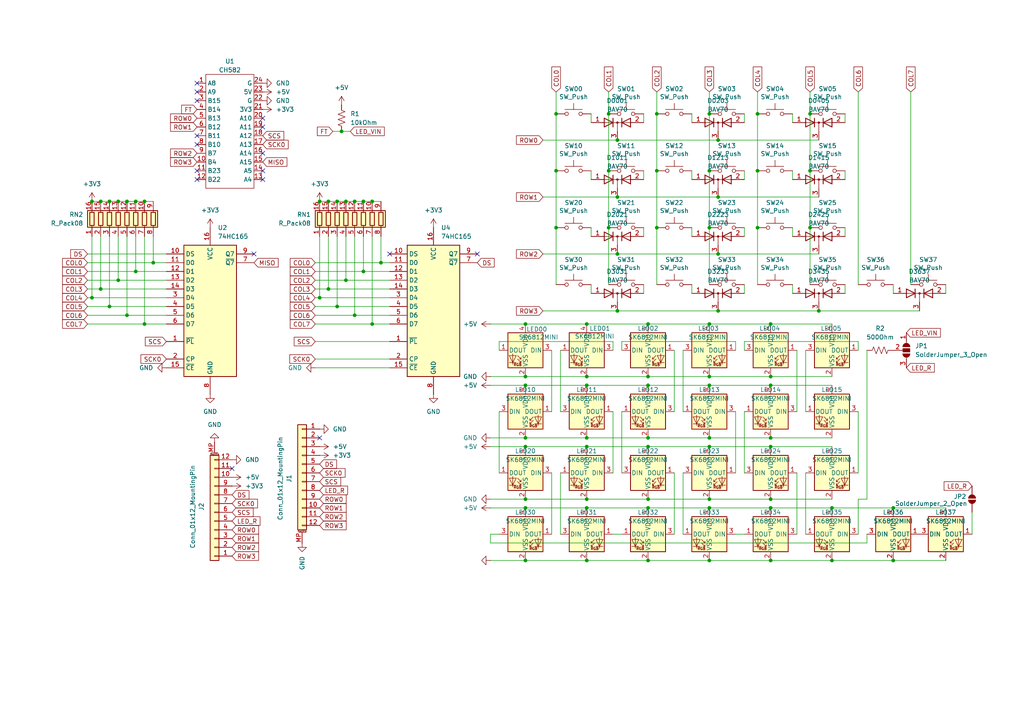
<source format=kicad_sch>
(kicad_sch (version 20231120) (generator "eeschema") (generator_version "8.0")
  (paper "A4")
  (junction (at 205.74 162.56))
  (junction (at 205.74 111.76))
  (junction (at 97.79 58.42))
  (junction (at 100.33 81.28))
  (junction (at 97.79 88.9))
  (junction (at 107.95 58.42))
  (junction (at 176.53 49.53))
  (junction (at 152.4 162.56))
  (junction (at 161.29 49.53))
  (junction (at 223.52 147.32))
  (junction (at 187.96 144.78))
  (junction (at 95.25 83.82))
  (junction (at 208.28 57.15))
  (junction (at 205.74 33.02))
  (junction (at 190.5 66.04))
  (junction (at 107.95 93.98))
  (junction (at 179.07 73.66))
  (junction (at 152.4 111.76))
  (junction (at 102.87 91.44))
  (junction (at 223.52 111.76))
  (junction (at 152.4 127))
  (junction (at 234.95 49.53))
  (junction (at 205.74 127))
  (junction (at 100.33 58.42))
  (junction (at 223.52 162.56))
  (junction (at 152.4 147.32))
  (junction (at 44.45 76.2))
  (junction (at 92.71 58.42))
  (junction (at 170.18 93.98))
  (junction (at 241.3 147.32))
  (junction (at 31.75 88.9))
  (junction (at 26.67 58.42))
  (junction (at 259.08 162.56))
  (junction (at 205.74 109.22))
  (junction (at 237.49 90.17))
  (junction (at 208.28 90.17))
  (junction (at 102.87 58.42))
  (junction (at 105.41 58.42))
  (junction (at 187.96 147.32))
  (junction (at 152.4 129.54))
  (junction (at 205.74 129.54))
  (junction (at 170.18 147.32))
  (junction (at 176.53 66.04))
  (junction (at 241.3 162.56))
  (junction (at 26.67 86.36))
  (junction (at 39.37 58.42))
  (junction (at 170.18 162.56))
  (junction (at 36.83 58.42))
  (junction (at 219.71 66.04))
  (junction (at 187.96 93.98))
  (junction (at 29.21 58.42))
  (junction (at 205.74 147.32))
  (junction (at 187.96 129.54))
  (junction (at 223.52 127))
  (junction (at 170.18 144.78))
  (junction (at 152.4 93.98))
  (junction (at 259.08 147.32))
  (junction (at 205.74 93.98))
  (junction (at 179.07 90.17))
  (junction (at 234.95 66.04))
  (junction (at 205.74 49.53))
  (junction (at 219.71 33.02))
  (junction (at 179.07 40.64))
  (junction (at 161.29 33.02))
  (junction (at 92.71 86.36))
  (junction (at 190.5 33.02))
  (junction (at 161.29 66.04))
  (junction (at 99.06 38.1))
  (junction (at 208.28 40.64))
  (junction (at 223.52 144.78))
  (junction (at 179.07 57.15))
  (junction (at 34.29 81.28))
  (junction (at 223.52 129.54))
  (junction (at 95.25 58.42))
  (junction (at 110.49 76.2))
  (junction (at 152.4 144.78))
  (junction (at 41.91 93.98))
  (junction (at 152.4 109.22))
  (junction (at 29.21 83.82))
  (junction (at 208.28 73.66))
  (junction (at 219.71 49.53))
  (junction (at 41.91 58.42))
  (junction (at 223.52 109.22))
  (junction (at 187.96 109.22))
  (junction (at 36.83 91.44))
  (junction (at 170.18 109.22))
  (junction (at 105.41 78.74))
  (junction (at 31.75 58.42))
  (junction (at 170.18 127))
  (junction (at 223.52 93.98))
  (junction (at 176.53 33.02))
  (junction (at 205.74 144.78))
  (junction (at 34.29 58.42))
  (junction (at 190.5 49.53))
  (junction (at 234.95 33.02))
  (junction (at 205.74 66.04))
  (junction (at 187.96 127))
  (junction (at 187.96 111.76))
  (junction (at 170.18 111.76))
  (junction (at 187.96 162.56))
  (junction (at 39.37 78.74))
  (junction (at 170.18 129.54))
  (no_connect (at 76.2 49.53))
  (no_connect (at 57.15 29.21))
  (no_connect (at 57.15 52.07))
  (no_connect (at 67.31 135.89))
  (no_connect (at 57.15 24.13))
  (no_connect (at 76.2 52.07))
  (no_connect (at 76.2 44.45))
  (no_connect (at 57.15 49.53))
  (no_connect (at 57.15 41.91))
  (no_connect (at 73.66 73.66))
  (no_connect (at 113.03 73.66))
  (no_connect (at 76.2 36.83))
  (no_connect (at 138.43 73.66))
  (no_connect (at 92.71 127))
  (no_connect (at 57.15 39.37))
  (no_connect (at 76.2 34.29))
  (no_connect (at 57.15 26.67))
  (wire (pts (xy 205.74 26.67) (xy 205.74 33.02)))
  (wire (pts (xy 205.74 66.04) (xy 205.74 82.55)))
  (wire (pts (xy 176.53 49.53) (xy 176.53 66.04)))
  (wire (pts (xy 44.45 68.58) (xy 44.45 76.2)))
  (wire (pts (xy 186.69 33.02) (xy 186.69 35.56)))
  (wire (pts (xy 205.74 162.56) (xy 223.52 162.56)))
  (wire (pts (xy 36.83 91.44) (xy 48.26 91.44)))
  (wire (pts (xy 215.9 99.06) (xy 215.9 101.6)))
  (wire (pts (xy 208.28 90.17) (xy 237.49 90.17)))
  (wire (pts (xy 213.36 154.94) (xy 215.9 154.94)))
  (wire (pts (xy 177.8 99.06) (xy 144.78 99.06)))
  (wire (pts (xy 25.4 73.66) (xy 48.26 73.66)))
  (wire (pts (xy 144.78 119.38) (xy 144.78 137.16)))
  (wire (pts (xy 110.49 76.2) (xy 91.44 76.2)))
  (wire (pts (xy 248.92 26.67) (xy 248.92 82.55)))
  (wire (pts (xy 113.03 88.9) (xy 97.79 88.9)))
  (wire (pts (xy 213.36 101.6) (xy 213.36 99.06)))
  (wire (pts (xy 179.07 57.15) (xy 208.28 57.15)))
  (wire (pts (xy 170.18 109.22) (xy 187.96 109.22)))
  (wire (pts (xy 105.41 68.58) (xy 105.41 78.74)))
  (wire (pts (xy 180.34 99.06) (xy 180.34 101.6)))
  (wire (pts (xy 187.96 144.78) (xy 205.74 144.78)))
  (wire (pts (xy 233.68 101.6) (xy 233.68 119.38)))
  (wire (pts (xy 205.74 147.32) (xy 223.52 147.32)))
  (wire (pts (xy 223.52 93.98) (xy 241.3 93.98)))
  (wire (pts (xy 95.25 58.42) (xy 97.79 58.42)))
  (wire (pts (xy 105.41 58.42) (xy 107.95 58.42)))
  (wire (pts (xy 170.18 111.76) (xy 187.96 111.76)))
  (wire (pts (xy 95.25 83.82) (xy 91.44 83.82)))
  (wire (pts (xy 281.94 148.59) (xy 281.94 154.94)))
  (wire (pts (xy 205.74 49.53) (xy 205.74 66.04)))
  (wire (pts (xy 205.74 111.76) (xy 223.52 111.76)))
  (wire (pts (xy 171.45 49.53) (xy 171.45 52.07)))
  (wire (pts (xy 200.66 82.55) (xy 200.66 85.09)))
  (wire (pts (xy 198.12 101.6) (xy 198.12 119.38)))
  (wire (pts (xy 170.18 162.56) (xy 187.96 162.56)))
  (wire (pts (xy 248.92 99.06) (xy 215.9 99.06)))
  (wire (pts (xy 31.75 68.58) (xy 31.75 88.9)))
  (wire (pts (xy 113.03 81.28) (xy 100.33 81.28)))
  (wire (pts (xy 245.11 82.55) (xy 245.11 85.09)))
  (wire (pts (xy 152.4 147.32) (xy 170.18 147.32)))
  (wire (pts (xy 44.45 76.2) (xy 48.26 76.2)))
  (wire (pts (xy 160.02 137.16) (xy 160.02 154.94)))
  (wire (pts (xy 25.4 91.44) (xy 36.83 91.44)))
  (wire (pts (xy 41.91 93.98) (xy 48.26 93.98)))
  (wire (pts (xy 190.5 82.55) (xy 190.5 66.04)))
  (wire (pts (xy 113.03 76.2) (xy 110.49 76.2)))
  (wire (pts (xy 97.79 88.9) (xy 91.44 88.9)))
  (wire (pts (xy 162.56 101.6) (xy 162.56 119.38)))
  (wire (pts (xy 245.11 66.04) (xy 245.11 68.58)))
  (wire (pts (xy 142.24 147.32) (xy 152.4 147.32)))
  (wire (pts (xy 177.8 119.38) (xy 177.8 137.16)))
  (wire (pts (xy 187.96 111.76) (xy 205.74 111.76)))
  (wire (pts (xy 187.96 129.54) (xy 205.74 129.54)))
  (wire (pts (xy 200.66 49.53) (xy 200.66 52.07)))
  (wire (pts (xy 234.95 33.02) (xy 234.95 26.67)))
  (wire (pts (xy 160.02 101.6) (xy 160.02 119.38)))
  (wire (pts (xy 113.03 106.68) (xy 91.44 106.68)))
  (wire (pts (xy 195.58 101.6) (xy 195.58 119.38)))
  (wire (pts (xy 179.07 73.66) (xy 208.28 73.66)))
  (wire (pts (xy 161.29 33.02) (xy 161.29 49.53)))
  (wire (pts (xy 208.28 57.15) (xy 237.49 57.15)))
  (wire (pts (xy 219.71 49.53) (xy 219.71 66.04)))
  (wire (pts (xy 219.71 82.55) (xy 219.71 66.04)))
  (wire (pts (xy 142.24 154.94) (xy 144.78 154.94)))
  (wire (pts (xy 241.3 147.32) (xy 259.08 147.32)))
  (wire (pts (xy 39.37 78.74) (xy 48.26 78.74)))
  (wire (pts (xy 142.24 157.48) (xy 251.46 157.48)))
  (wire (pts (xy 25.4 86.36) (xy 26.67 86.36)))
  (wire (pts (xy 144.78 99.06) (xy 144.78 101.6)))
  (wire (pts (xy 186.69 49.53) (xy 186.69 52.07)))
  (wire (pts (xy 205.74 93.98) (xy 223.52 93.98)))
  (wire (pts (xy 177.8 154.94) (xy 180.34 154.94)))
  (wire (pts (xy 223.52 144.78) (xy 241.3 144.78)))
  (wire (pts (xy 170.18 93.98) (xy 187.96 93.98)))
  (wire (pts (xy 171.45 66.04) (xy 171.45 68.58)))
  (wire (pts (xy 25.4 88.9) (xy 31.75 88.9)))
  (wire (pts (xy 200.66 66.04) (xy 200.66 68.58)))
  (wire (pts (xy 142.24 162.56) (xy 152.4 162.56)))
  (wire (pts (xy 100.33 68.58) (xy 100.33 81.28)))
  (wire (pts (xy 102.87 91.44) (xy 91.44 91.44)))
  (wire (pts (xy 25.4 93.98) (xy 41.91 93.98)))
  (wire (pts (xy 234.95 33.02) (xy 234.95 49.53)))
  (wire (pts (xy 100.33 81.28) (xy 91.44 81.28)))
  (wire (pts (xy 176.53 26.67) (xy 176.53 33.02)))
  (wire (pts (xy 92.71 68.58) (xy 92.71 86.36)))
  (wire (pts (xy 229.87 82.55) (xy 229.87 85.09)))
  (wire (pts (xy 187.96 109.22) (xy 205.74 109.22)))
  (wire (pts (xy 215.9 119.38) (xy 215.9 137.16)))
  (wire (pts (xy 97.79 58.42) (xy 100.33 58.42)))
  (wire (pts (xy 234.95 66.04) (xy 234.95 82.55)))
  (wire (pts (xy 170.18 144.78) (xy 187.96 144.78)))
  (wire (pts (xy 215.9 33.02) (xy 215.9 35.56)))
  (wire (pts (xy 195.58 137.16) (xy 195.58 154.94)))
  (wire (pts (xy 39.37 58.42) (xy 41.91 58.42)))
  (wire (pts (xy 25.4 83.82) (xy 29.21 83.82)))
  (wire (pts (xy 34.29 68.58) (xy 34.29 81.28)))
  (wire (pts (xy 142.24 93.98) (xy 152.4 93.98)))
  (wire (pts (xy 229.87 33.02) (xy 229.87 35.56)))
  (wire (pts (xy 157.48 57.15) (xy 179.07 57.15)))
  (wire (pts (xy 205.74 33.02) (xy 205.74 49.53)))
  (wire (pts (xy 39.37 68.58) (xy 39.37 78.74)))
  (wire (pts (xy 152.4 129.54) (xy 170.18 129.54)))
  (wire (pts (xy 179.07 40.64) (xy 208.28 40.64)))
  (wire (pts (xy 170.18 147.32) (xy 187.96 147.32)))
  (wire (pts (xy 205.74 129.54) (xy 223.52 129.54)))
  (wire (pts (xy 223.52 109.22) (xy 241.3 109.22)))
  (wire (pts (xy 248.92 144.78) (xy 248.92 154.94)))
  (wire (pts (xy 92.71 58.42) (xy 95.25 58.42)))
  (wire (pts (xy 113.03 86.36) (xy 92.71 86.36)))
  (wire (pts (xy 41.91 58.42) (xy 44.45 58.42)))
  (wire (pts (xy 190.5 49.53) (xy 190.5 66.04)))
  (wire (pts (xy 31.75 58.42) (xy 34.29 58.42)))
  (wire (pts (xy 213.36 99.06) (xy 180.34 99.06)))
  (wire (pts (xy 179.07 90.17) (xy 208.28 90.17)))
  (wire (pts (xy 223.52 129.54) (xy 241.3 129.54)))
  (wire (pts (xy 161.29 66.04) (xy 161.29 49.53)))
  (wire (pts (xy 152.4 162.56) (xy 170.18 162.56)))
  (wire (pts (xy 113.03 83.82) (xy 95.25 83.82)))
  (wire (pts (xy 99.06 38.1) (xy 101.6 38.1)))
  (wire (pts (xy 215.9 82.55) (xy 215.9 85.09)))
  (wire (pts (xy 205.74 109.22) (xy 223.52 109.22)))
  (wire (pts (xy 97.79 68.58) (xy 97.79 88.9)))
  (wire (pts (xy 41.91 68.58) (xy 41.91 93.98)))
  (wire (pts (xy 110.49 68.58) (xy 110.49 76.2)))
  (wire (pts (xy 152.4 109.22) (xy 170.18 109.22)))
  (wire (pts (xy 157.48 73.66) (xy 179.07 73.66)))
  (wire (pts (xy 92.71 86.36) (xy 91.44 86.36)))
  (wire (pts (xy 231.14 101.6) (xy 231.14 119.38)))
  (wire (pts (xy 102.87 58.42) (xy 105.41 58.42)))
  (wire (pts (xy 198.12 137.16) (xy 198.12 154.94)))
  (wire (pts (xy 29.21 58.42) (xy 31.75 58.42)))
  (wire (pts (xy 187.96 127) (xy 205.74 127)))
  (wire (pts (xy 29.21 68.58) (xy 29.21 83.82)))
  (wire (pts (xy 113.03 91.44) (xy 102.87 91.44)))
  (wire (pts (xy 107.95 93.98) (xy 91.44 93.98)))
  (wire (pts (xy 26.67 58.42) (xy 29.21 58.42)))
  (wire (pts (xy 223.52 127) (xy 241.3 127)))
  (wire (pts (xy 208.28 73.66) (xy 237.49 73.66)))
  (wire (pts (xy 31.75 88.9) (xy 48.26 88.9)))
  (wire (pts (xy 142.24 111.76) (xy 152.4 111.76)))
  (wire (pts (xy 171.45 33.02) (xy 171.45 35.56)))
  (wire (pts (xy 229.87 66.04) (xy 229.87 68.58)))
  (wire (pts (xy 177.8 101.6) (xy 177.8 99.06)))
  (wire (pts (xy 176.53 33.02) (xy 176.53 49.53)))
  (wire (pts (xy 25.4 78.74) (xy 39.37 78.74)))
  (wire (pts (xy 36.83 68.58) (xy 36.83 91.44)))
  (wire (pts (xy 229.87 49.53) (xy 229.87 52.07)))
  (wire (pts (xy 107.95 58.42) (xy 110.49 58.42)))
  (wire (pts (xy 186.69 66.04) (xy 186.69 68.58)))
  (wire (pts (xy 245.11 33.02) (xy 245.11 35.56)))
  (wire (pts (xy 223.52 162.56) (xy 241.3 162.56)))
  (wire (pts (xy 161.29 82.55) (xy 161.29 66.04)))
  (wire (pts (xy 142.24 127) (xy 152.4 127)))
  (wire (pts (xy 213.36 119.38) (xy 213.36 137.16)))
  (wire (pts (xy 233.68 137.16) (xy 233.68 154.94)))
  (wire (pts (xy 36.83 58.42) (xy 39.37 58.42)))
  (wire (pts (xy 208.28 40.64) (xy 237.49 40.64)))
  (wire (pts (xy 100.33 58.42) (xy 102.87 58.42)))
  (wire (pts (xy 157.48 40.64) (xy 179.07 40.64)))
  (wire (pts (xy 113.03 93.98) (xy 107.95 93.98)))
  (wire (pts (xy 142.24 144.78) (xy 152.4 144.78)))
  (wire (pts (xy 157.48 90.17) (xy 179.07 90.17)))
  (wire (pts (xy 152.4 93.98) (xy 170.18 93.98)))
  (wire (pts (xy 152.4 127) (xy 170.18 127)))
  (wire (pts (xy 190.5 49.53) (xy 190.5 33.02)))
  (wire (pts (xy 241.3 162.56) (xy 259.08 162.56)))
  (wire (pts (xy 34.29 81.28) (xy 48.26 81.28)))
  (wire (pts (xy 107.95 68.58) (xy 107.95 93.98)))
  (wire (pts (xy 142.24 109.22) (xy 152.4 109.22)))
  (wire (pts (xy 223.52 111.76) (xy 241.3 111.76)))
  (wire (pts (xy 162.56 137.16) (xy 162.56 154.94)))
  (wire (pts (xy 180.34 119.38) (xy 180.34 137.16)))
  (wire (pts (xy 102.87 68.58) (xy 102.87 91.44)))
  (wire (pts (xy 231.14 137.16) (xy 231.14 154.94)))
  (wire (pts (xy 186.69 82.55) (xy 186.69 85.09)))
  (wire (pts (xy 171.45 82.55) (xy 171.45 85.09)))
  (wire (pts (xy 215.9 49.53) (xy 215.9 52.07)))
  (wire (pts (xy 251.46 154.94) (xy 251.46 157.48)))
  (wire (pts (xy 205.74 144.78) (xy 223.52 144.78)))
  (wire (pts (xy 251.46 144.78) (xy 248.92 144.78)))
  (wire (pts (xy 245.11 49.53) (xy 245.11 52.07)))
  (wire (pts (xy 259.08 147.32) (xy 274.32 147.32)))
  (wire (pts (xy 26.67 86.36) (xy 48.26 86.36)))
  (wire (pts (xy 170.18 127) (xy 187.96 127)))
  (wire (pts (xy 152.4 144.78) (xy 170.18 144.78)))
  (wire (pts (xy 219.71 26.67) (xy 219.71 33.02)))
  (wire (pts (xy 274.32 82.55) (xy 274.32 85.09)))
  (wire (pts (xy 237.49 90.17) (xy 266.7 90.17)))
  (wire (pts (xy 161.29 26.67) (xy 161.29 33.02)))
  (wire (pts (xy 248.92 119.38) (xy 248.92 137.16)))
  (wire (pts (xy 264.16 26.67) (xy 264.16 82.55)))
  (wire (pts (xy 170.18 129.54) (xy 187.96 129.54)))
  (wire (pts (xy 25.4 81.28) (xy 34.29 81.28)))
  (wire (pts (xy 95.25 68.58) (xy 95.25 83.82)))
  (wire (pts (xy 200.66 33.02) (xy 200.66 35.56)))
  (wire (pts (xy 248.92 101.6) (xy 248.92 99.06)))
  (wire (pts (xy 113.03 104.14) (xy 91.44 104.14)))
  (wire (pts (xy 29.21 83.82) (xy 48.26 83.82)))
  (wire (pts (xy 26.67 68.58) (xy 26.67 86.36)))
  (wire (pts (xy 142.24 154.94) (xy 142.24 157.48)))
  (wire (pts (xy 142.24 129.54) (xy 152.4 129.54)))
  (wire (pts (xy 25.4 76.2) (xy 44.45 76.2)))
  (wire (pts (xy 187.96 147.32) (xy 205.74 147.32)))
  (wire (pts (xy 259.08 82.55) (xy 259.08 85.09)))
  (wire (pts (xy 234.95 49.53) (xy 234.95 66.04)))
  (wire (pts (xy 215.9 66.04) (xy 215.9 68.58)))
  (wire (pts (xy 187.96 93.98) (xy 205.74 93.98)))
  (wire (pts (xy 96.52 38.1) (xy 99.06 38.1)))
  (wire (pts (xy 176.53 66.04) (xy 176.53 82.55)))
  (wire (pts (xy 205.74 127) (xy 223.52 127)))
  (wire (pts (xy 251.46 101.6) (xy 251.46 144.78)))
  (wire (pts (xy 219.71 33.02) (xy 219.71 49.53)))
  (wire (pts (xy 259.08 162.56) (xy 274.32 162.56)))
  (wire (pts (xy 223.52 147.32) (xy 241.3 147.32)))
  (wire (pts (xy 187.96 162.56) (xy 205.74 162.56)))
  (wire (pts (xy 113.03 99.06) (xy 91.44 99.06)))
  (wire (pts (xy 34.29 58.42) (xy 36.83 58.42)))
  (wire (pts (xy 152.4 111.76) (xy 170.18 111.76)))
  (wire (pts (xy 113.03 78.74) (xy 105.41 78.74)))
  (wire (pts (xy 190.5 26.67) (xy 190.5 33.02)))
  (wire (pts (xy 105.41 78.74) (xy 91.44 78.74)))
  (global_label "SCK0" (shape input) (at 91.44 104.14 180) (property "Intersheetrefs" "${INTERSHEET_REFS}" (effects (hide yes))))
  (global_label "LED_R" (shape input) (at 262.89 106.68 0) (property "Intersheetrefs" "${INTERSHEET_REFS}" (effects (hide yes))))
  (global_label "ROW1" (shape input) (at 157.48 57.15 180) (property "Intersheetrefs" "${INTERSHEET_REFS}" (effects (hide yes))))
  (global_label "FT" (shape input) (at 57.15 31.75 180) (property "Intersheetrefs" "${INTERSHEET_REFS}" (effects (hide yes))))
  (global_label "COL0" (shape input) (at 91.44 76.2 180) (property "Intersheetrefs" "${INTERSHEET_REFS}" (effects (hide yes))))
  (global_label "COL5" (shape input) (at 91.44 88.9 180) (property "Intersheetrefs" "${INTERSHEET_REFS}" (effects (hide yes))))
  (global_label "COL3" (shape input) (at 91.44 83.82 180) (property "Intersheetrefs" "${INTERSHEET_REFS}" (effects (hide yes))))
  (global_label "ROW0" (shape input) (at 92.71 144.78 0) (property "Intersheetrefs" "${INTERSHEET_REFS}" (effects (hide yes))))
  (global_label "COL4" (shape input) (at 25.4 86.36 180) (property "Intersheetrefs" "${INTERSHEET_REFS}" (effects (hide yes))))
  (global_label "LED_R" (shape input) (at 67.31 151.13 0) (property "Intersheetrefs" "${INTERSHEET_REFS}" (effects (hide yes))))
  (global_label "ROW0" (shape input) (at 57.15 34.29 180) (property "Intersheetrefs" "${INTERSHEET_REFS}" (effects (hide yes))))
  (global_label "COL4" (shape input) (at 219.71 26.67 90) (property "Intersheetrefs" "${INTERSHEET_REFS}" (effects (hide yes))))
  (global_label "SCS" (shape input) (at 67.31 148.59 0) (property "Intersheetrefs" "${INTERSHEET_REFS}" (effects (hide yes))))
  (global_label "COL2" (shape input) (at 91.44 81.28 180) (property "Intersheetrefs" "${INTERSHEET_REFS}" (effects (hide yes))))
  (global_label "ROW2" (shape input) (at 67.31 158.75 0) (property "Intersheetrefs" "${INTERSHEET_REFS}" (effects (hide yes))))
  (global_label "SCK0" (shape input) (at 92.71 137.16 0) (property "Intersheetrefs" "${INTERSHEET_REFS}" (effects (hide yes))))
  (global_label "COL2" (shape input) (at 25.4 81.28 180) (property "Intersheetrefs" "${INTERSHEET_REFS}" (effects (hide yes))))
  (global_label "COL7" (shape input) (at 91.44 93.98 180) (property "Intersheetrefs" "${INTERSHEET_REFS}" (effects (hide yes))))
  (global_label "COL3" (shape input) (at 25.4 83.82 180) (property "Intersheetrefs" "${INTERSHEET_REFS}" (effects (hide yes))))
  (global_label "COL0" (shape input) (at 25.4 76.2 180) (property "Intersheetrefs" "${INTERSHEET_REFS}" (effects (hide yes))))
  (global_label "COL4" (shape input) (at 91.44 86.36 180) (property "Intersheetrefs" "${INTERSHEET_REFS}" (effects (hide yes))))
  (global_label "SCS" (shape input) (at 92.71 139.7 0) (property "Intersheetrefs" "${INTERSHEET_REFS}" (effects (hide yes))))
  (global_label "ROW3" (shape input) (at 92.71 152.4 0) (property "Intersheetrefs" "${INTERSHEET_REFS}" (effects (hide yes))))
  (global_label "ROW2" (shape input) (at 157.48 73.66 180) (property "Intersheetrefs" "${INTERSHEET_REFS}" (effects (hide yes))))
  (global_label "ROW1" (shape input) (at 67.31 156.21 0) (property "Intersheetrefs" "${INTERSHEET_REFS}" (effects (hide yes))))
  (global_label "ROW3" (shape input) (at 157.48 90.17 180) (property "Intersheetrefs" "${INTERSHEET_REFS}" (effects (hide yes))))
  (global_label "SCK0" (shape input) (at 76.2 41.91 0) (property "Intersheetrefs" "${INTERSHEET_REFS}" (effects (hide yes))))
  (global_label "COL3" (shape input) (at 205.74 26.67 90) (property "Intersheetrefs" "${INTERSHEET_REFS}" (effects (hide yes))))
  (global_label "COL6" (shape input) (at 248.92 26.67 90) (property "Intersheetrefs" "${INTERSHEET_REFS}" (effects (hide yes))))
  (global_label "MISO" (shape input) (at 76.2 46.99 0) (property "Intersheetrefs" "${INTERSHEET_REFS}" (effects (hide yes))))
  (global_label "DS" (shape input) (at 92.71 134.62 0) (property "Intersheetrefs" "${INTERSHEET_REFS}" (effects (hide yes))))
  (global_label "COL1" (shape input) (at 176.53 26.67 90) (property "Intersheetrefs" "${INTERSHEET_REFS}" (effects (hide yes))))
  (global_label "COL6" (shape input) (at 25.4 91.44 180) (property "Intersheetrefs" "${INTERSHEET_REFS}" (effects (hide yes))))
  (global_label "ROW1" (shape input) (at 92.71 147.32 0) (property "Intersheetrefs" "${INTERSHEET_REFS}" (effects (hide yes))))
  (global_label "DS" (shape input) (at 138.43 76.2 0) (property "Intersheetrefs" "${INTERSHEET_REFS}" (effects (hide yes))))
  (global_label "ROW2" (shape input) (at 57.15 44.45 180) (property "Intersheetrefs" "${INTERSHEET_REFS}" (effects (hide yes))))
  (global_label "COL5" (shape input) (at 25.4 88.9 180) (property "Intersheetrefs" "${INTERSHEET_REFS}" (effects (hide yes))))
  (global_label "ROW3" (shape input) (at 67.31 161.29 0) (property "Intersheetrefs" "${INTERSHEET_REFS}" (effects (hide yes))))
  (global_label "LED_VIN" (shape input) (at 262.89 96.52 0) (property "Intersheetrefs" "${INTERSHEET_REFS}" (effects (hide yes))))
  (global_label "COL0" (shape input) (at 161.29 26.67 90) (property "Intersheetrefs" "${INTERSHEET_REFS}" (effects (hide yes))))
  (global_label "COL7" (shape input) (at 25.4 93.98 180) (property "Intersheetrefs" "${INTERSHEET_REFS}" (effects (hide yes))))
  (global_label "COL2" (shape input) (at 190.5 26.67 90) (property "Intersheetrefs" "${INTERSHEET_REFS}" (effects (hide yes))))
  (global_label "ROW0" (shape input) (at 157.48 40.64 180) (property "Intersheetrefs" "${INTERSHEET_REFS}" (effects (hide yes))))
  (global_label "COL7" (shape input) (at 264.16 26.67 90) (property "Intersheetrefs" "${INTERSHEET_REFS}" (effects (hide yes))))
  (global_label "COL5" (shape input) (at 234.95 26.67 90) (property "Intersheetrefs" "${INTERSHEET_REFS}" (effects (hide yes))))
  (global_label "ROW3" (shape input) (at 57.15 46.99 180) (property "Intersheetrefs" "${INTERSHEET_REFS}" (effects (hide yes))))
  (global_label "SCK0" (shape input) (at 67.31 146.05 0) (property "Intersheetrefs" "${INTERSHEET_REFS}" (effects (hide yes))))
  (global_label "COL1" (shape input) (at 25.4 78.74 180) (property "Intersheetrefs" "${INTERSHEET_REFS}" (effects (hide yes))))
  (global_label "ROW1" (shape input) (at 57.15 36.83 180) (property "Intersheetrefs" "${INTERSHEET_REFS}" (effects (hide yes))))
  (global_label "FT" (shape input) (at 96.52 38.1 180) (property "Intersheetrefs" "${INTERSHEET_REFS}" (effects (hide yes))))
  (global_label "ROW0" (shape input) (at 67.31 153.67 0) (property "Intersheetrefs" "${INTERSHEET_REFS}" (effects (hide yes))))
  (global_label "LED_VIN" (shape input) (at 101.6 38.1 0) (property "Intersheetrefs" "${INTERSHEET_REFS}" (effects (hide yes))))
  (global_label "DS" (shape input) (at 25.4 73.66 180) (property "Intersheetrefs" "${INTERSHEET_REFS}" (effects (hide yes))))
  (global_label "SCK0" (shape input) (at 48.26 104.14 180) (property "Intersheetrefs" "${INTERSHEET_REFS}" (effects (hide yes))))
  (global_label "LED_R" (shape input) (at 92.71 142.24 0) (property "Intersheetrefs" "${INTERSHEET_REFS}" (effects (hide yes))))
  (global_label "COL1" (shape input) (at 91.44 78.74 180) (property "Intersheetrefs" "${INTERSHEET_REFS}" (effects (hide yes))))
  (global_label "ROW2" (shape input) (at 92.71 149.86 0) (property "Intersheetrefs" "${INTERSHEET_REFS}" (effects (hide yes))))
  (global_label "SCS" (shape input) (at 76.2 39.37 0) (property "Intersheetrefs" "${INTERSHEET_REFS}" (effects (hide yes))))
  (global_label "SCS" (shape input) (at 48.26 99.06 180) (property "Intersheetrefs" "${INTERSHEET_REFS}" (effects (hide yes))))
  (global_label "DS" (shape input) (at 67.31 143.51 0) (property "Intersheetrefs" "${INTERSHEET_REFS}" (effects (hide yes))))
  (global_label "LED_R" (shape input) (at 281.94 140.97 180) (property "Intersheetrefs" "${INTERSHEET_REFS}" (effects (hide yes))))
  (global_label "MISO" (shape input) (at 73.66 76.2 0) (property "Intersheetrefs" "${INTERSHEET_REFS}" (effects (hide yes))))
  (global_label "SCS" (shape input) (at 91.44 99.06 180) (property "Intersheetrefs" "${INTERSHEET_REFS}" (effects (hide yes))))
  (global_label "COL6" (shape input) (at 91.44 91.44 180) (property "Intersheetrefs" "${INTERSHEET_REFS}" (effects (hide yes))))
  (symbol (lib_id "power:+3V3") (at 92.71 132.08 270) (unit 1)
    (property "Reference" "#PWR022" (effects (hide yes)))
    (property "Value" "+3V3" (at 96.52 132.0799 90) (effects (justify left)))
    (property "Description" "Power symbol creates a global label with name \"+3V3\"" (effects (hide yes)))
  )
  (symbol (lib_id "LED:SK6812MINI") (at 223.52 154.94 0) (mirror y) (unit 1)
    (property "Reference" "LED34" (at 223.52 148.59 0))
    (property "Value" "SK6812MINI" (at 223.52 151.13 0))
    (property "Footprint" "keyswitches:LED_SK6812MINI_E_REVERSIBLE_1" (effects (hide yes)))
    (property "Datasheet" "https://cdn-shop.adafruit.com/product-files/2686/SK6812MINI_REV.01-1-2.pdf" (effects (hide yes)))
    (property "Description" "RGB LED with integrated controller" (effects (hide yes)))
  )
  (symbol (lib_id "power:+3V3") (at 60.96 66.04 0) (unit 1)
    (property "Reference" "#PWR06" (effects (hide yes)))
    (property "Value" "+3V3" (at 60.96 60.96 0))
    (property "Description" "Power symbol creates a global label with name \"+3V3\"" (effects (hide yes)))
  )
  (symbol (lib_id "power:GND") (at 87.63 157.48 0) (unit 1)
    (property "Reference" "#PWR024" (effects (hide yes)))
    (property "Value" "GND" (at 87.6301 161.29 90) (effects (justify right)))
    (property "Description" "Power symbol creates a global label with name \"GND\" , ground" (effects (hide yes)))
  )
  (symbol (lib_id "LED:SK6812MINI") (at 187.96 137.16 0) (unit 1)
    (property "Reference" "LED22" (at 187.96 130.81 0))
    (property "Value" "SK6812MINI" (at 187.96 133.35 0))
    (property "Footprint" "keyswitches:LED_SK6812MINI_E_REVERSIBLE_1" (effects (hide yes)))
    (property "Datasheet" "https://cdn-shop.adafruit.com/product-files/2686/SK6812MINI_REV.01-1-2.pdf" (effects (hide yes)))
    (property "Description" "RGB LED with integrated controller" (effects (hide yes)))
  )
  (symbol (lib_id "power:+3V3") (at 26.67 58.42 0) (unit 1)
    (property "Reference" "#PWR04" (effects (hide yes)))
    (property "Value" "+3V3" (at 26.67 53.34 0))
    (property "Description" "Power symbol creates a global label with name \"+3V3\"" (effects (hide yes)))
  )
  (symbol (lib_id "Diode:BAV70") (at 208.28 35.56 0) (unit 1)
    (property "Reference" "D0203" (at 208.28 29.21 0))
    (property "Value" "BAV70" (at 208.28 31.75 0))
    (property "Footprint" "keyswitches:BAV70_SOT-23_Reversible" (effects (hide yes)))
    (property "Datasheet" "https://assets.nexperia.com/documents/data-sheet/BAV70_SER.pdf" (effects (hide yes)))
    (property "Description" "Dual 100V 215mA high-speed switching diodes, common cathode, SOT-23" (effects (hide yes)))
  )
  (symbol (lib_id "Switch:SW_Push") (at 240.03 49.53 0) (unit 1)
    (property "Reference" "SW15" (at 240.03 42.291 0))
    (property "Value" "SW_Push" (at 240.03 44.6024 0))
    (property "Footprint" "keyswitches:Kailh_socket_PG1350_reversible" (effects (hide yes)))
  )
  (symbol (lib_id "power:GND") (at 91.44 106.68 270) (unit 1)
    (property "Reference" "#PWR016" (effects (hide yes)))
    (property "Value" "GND" (at 87.63 106.6799 90) (effects (justify right)))
    (property "Description" "Power symbol creates a global label with name \"GND\" , ground" (effects (hide yes)))
  )
  (symbol (lib_id "Diode:BAV70") (at 208.28 52.07 0) (unit 1)
    (property "Reference" "D1213" (at 208.28 45.72 0))
    (property "Value" "BAV70" (at 208.28 48.26 0))
    (property "Footprint" "keyswitches:BAV70_SOT-23_Reversible" (effects (hide yes)))
    (property "Datasheet" "https://assets.nexperia.com/documents/data-sheet/BAV70_SER.pdf" (effects (hide yes)))
    (property "Description" "Dual 100V 215mA high-speed switching diodes, common cathode, SOT-23" (effects (hide yes)))
  )
  (symbol (lib_id "Switch:SW_Push") (at 195.58 82.55 0) (unit 1)
    (property "Reference" "SW32" (at 195.58 75.311 0))
    (property "Value" "SW_Push" (at 195.58 77.6224 0))
    (property "Footprint" "keyswitches:Kailh_socket_PG1350_reversible" (effects (hide yes)))
  )
  (symbol (lib_id "power:GND") (at 67.31 133.35 90) (unit 1)
    (property "Reference" "#PWR025" (effects (hide yes)))
    (property "Value" "GND" (at 71.12 133.3499 90) (effects (justify right)))
    (property "Description" "Power symbol creates a global label with name \"GND\" , ground" (effects (hide yes)))
  )
  (symbol (lib_id "Diode:BAV70") (at 179.07 85.09 0) (unit 1)
    (property "Reference" "D3031" (at 179.07 78.74 0))
    (property "Value" "BAV70" (at 179.07 81.28 0))
    (property "Footprint" "keyswitches:BAV70_SOT-23_Reversible" (effects (hide yes)))
    (property "Datasheet" "https://assets.nexperia.com/documents/data-sheet/BAV70_SER.pdf" (effects (hide yes)))
    (property "Description" "Dual 100V 215mA high-speed switching diodes, common cathode, SOT-23" (effects (hide yes)))
  )
  (symbol (lib_id "Switch:SW_Push") (at 224.79 66.04 0) (unit 1)
    (property "Reference" "SW24" (at 224.79 58.801 0))
    (property "Value" "SW_Push" (at 224.79 61.1124 0))
    (property "Footprint" "keyswitches:Kailh_socket_PG1350_reversible" (effects (hide yes)))
  )
  (symbol (lib_id "power:+5V") (at 92.71 129.54 270) (unit 1)
    (property "Reference" "#PWR021" (effects (hide yes)))
    (property "Value" "+5V" (at 96.52 129.5399 90) (effects (justify left)))
    (property "Description" "Power symbol creates a global label with name \"+5V\"" (effects (hide yes)))
  )
  (symbol (lib_id "LED:SK6812MINI") (at 170.18 119.38 0) (unit 1)
    (property "Reference" "LED11" (at 170.18 113.03 0))
    (property "Value" "SK6812MINI" (at 170.18 115.57 0))
    (property "Footprint" "keyswitches:LED_SK6812MINI_E_REVERSIBLE_1" (effects (hide yes)))
    (property "Datasheet" "https://cdn-shop.adafruit.com/product-files/2686/SK6812MINI_REV.01-1-2.pdf" (effects (hide yes)))
    (property "Description" "RGB LED with integrated controller" (effects (hide yes)))
  )
  (symbol (lib_id "Switch:SW_Push") (at 240.03 33.02 0) (unit 1)
    (property "Reference" "SW05" (at 240.03 25.781 0))
    (property "Value" "SW_Push" (at 240.03 28.0924 0))
    (property "Footprint" "keyswitches:Kailh_socket_PG1350_reversible" (effects (hide yes)))
  )
  (symbol (lib_id "Switch:SW_Push") (at 181.61 33.02 0) (unit 1)
    (property "Reference" "SW01" (at 181.61 25.781 0))
    (property "Value" "SW_Push" (at 181.61 28.0924 0))
    (property "Footprint" "keyswitches:Kailh_socket_PG1350_reversible" (effects (hide yes)))
  )
  (symbol (lib_id "power:GND") (at 92.71 124.46 90) (unit 1)
    (property "Reference" "#PWR012" (effects (hide yes)))
    (property "Value" "GND" (at 96.52 124.4599 90) (effects (justify right)))
    (property "Description" "Power symbol creates a global label with name \"GND\" , ground" (effects (hide yes)))
  )
  (symbol (lib_id "Switch:SW_Push") (at 240.03 66.04 0) (unit 1)
    (property "Reference" "SW25" (at 240.03 58.801 0))
    (property "Value" "SW_Push" (at 240.03 61.1124 0))
    (property "Footprint" "keyswitches:Kailh_socket_PG1350_reversible" (effects (hide yes)))
  )
  (symbol (lib_id "LED:SK6812MINI") (at 152.4 119.38 0) (unit 1)
    (property "Reference" "LED10" (at 152.4 113.03 0))
    (property "Value" "SK6812MINI" (at 152.4 115.57 0))
    (property "Footprint" "keyswitches:LED_SK6812MINI_E_REVERSIBLE_1" (effects (hide yes)))
    (property "Datasheet" "https://cdn-shop.adafruit.com/product-files/2686/SK6812MINI_REV.01-1-2.pdf" (effects (hide yes)))
    (property "Description" "RGB LED with integrated controller" (effects (hide yes)))
  )
  (symbol (lib_id "Switch:SW_Push") (at 166.37 66.04 0) (unit 1)
    (property "Reference" "SW20" (at 166.37 58.801 0))
    (property "Value" "SW_Push" (at 166.37 61.1124 0))
    (property "Footprint" "keyswitches:Kailh_socket_PG1350_reversible" (effects (hide yes)))
  )
  (symbol (lib_id "Switch:SW_Push") (at 195.58 66.04 0) (unit 1)
    (property "Reference" "SW22" (at 195.58 58.801 0))
    (property "Value" "SW_Push" (at 195.58 61.1124 0))
    (property "Footprint" "keyswitches:Kailh_socket_PG1350_reversible" (effects (hide yes)))
  )
  (symbol (lib_id "Switch:SW_Push") (at 254 82.55 0) (unit 1)
    (property "Reference" "SW36" (at 254 75.311 0))
    (property "Value" "SW_Push" (at 254 77.6224 0))
    (property "Footprint" "keyswitches:Kailh_socket_PG1350_reversible" (effects (hide yes)))
  )
  (symbol (lib_id "Switch:SW_Push") (at 224.79 82.55 0) (unit 1)
    (property "Reference" "SW34" (at 224.79 75.311 0))
    (property "Value" "SW_Push" (at 224.79 77.6224 0))
    (property "Footprint" "keyswitches:Kailh_socket_PG1350_reversible" (effects (hide yes)))
  )
  (symbol (lib_id "LED:SK6812MINI") (at 187.96 101.6 0) (unit 1)
    (property "Reference" "LED02" (at 187.96 95.25 0))
    (property "Value" "SK6812MINI" (at 187.96 97.79 0))
    (property "Footprint" "keyswitches:LED_SK6812MINI_E_REVERSIBLE_1" (effects (hide yes)))
    (property "Datasheet" "https://cdn-shop.adafruit.com/product-files/2686/SK6812MINI_REV.01-1-2.pdf" (effects (hide yes)))
    (property "Description" "RGB LED with integrated controller" (effects (hide yes)))
  )
  (symbol (lib_id "Switch:SW_Push") (at 269.24 82.55 0) (unit 1)
    (property "Reference" "SW37" (at 269.24 75.311 0))
    (property "Value" "SW_Push" (at 269.24 77.6224 0))
    (property "Footprint" "keyswitches:Kailh_socket_PG1350_reversible" (effects (hide yes)))
  )
  (symbol (lib_id "Switch:SW_Push") (at 224.79 49.53 0) (unit 1)
    (property "Reference" "SW14" (at 224.79 42.291 0))
    (property "Value" "SW_Push" (at 224.79 44.6024 0))
    (property "Footprint" "keyswitches:Kailh_socket_PG1350_reversible" (effects (hide yes)))
  )
  (symbol (lib_id "Switch:SW_Push") (at 166.37 82.55 0) (unit 1)
    (property "Reference" "SW30" (at 166.37 75.311 0))
    (property "Value" "SW_Push" (at 166.37 77.6224 0))
    (property "Footprint" "keyswitches:Kailh_socket_PG1350_reversible" (effects (hide yes)))
  )
  (symbol (lib_id "power:GND") (at 76.2 24.13 90) (unit 1)
    (property "Reference" "#PWR01" (effects (hide yes)))
    (property "Value" "GND" (at 80.01 24.1299 90) (effects (justify right)))
    (property "Description" "Power symbol creates a global label with name \"GND\" , ground" (effects (hide yes)))
  )
  (symbol (lib_id "LED:SK6812MINI") (at 205.74 101.6 0) (unit 1)
    (property "Reference" "LED03" (at 205.486 95.25 0))
    (property "Value" "SK6812MINI" (at 205.486 97.79 0))
    (property "Footprint" "keyswitches:LED_SK6812MINI_E_REVERSIBLE_1" (effects (hide yes)))
    (property "Datasheet" "https://cdn-shop.adafruit.com/product-files/2686/SK6812MINI_REV.01-1-2.pdf" (effects (hide yes)))
    (property "Description" "RGB LED with integrated controller" (effects (hide yes)))
  )
  (symbol (lib_id "Switch:SW_Push") (at 210.82 66.04 0) (unit 1)
    (property "Reference" "SW23" (at 210.82 58.801 0))
    (property "Value" "SW_Push" (at 210.82 61.1124 0))
    (property "Footprint" "keyswitches:Kailh_socket_PG1350_reversible" (effects (hide yes)))
  )
  (symbol (lib_id "power:GND") (at 142.24 127 270) (unit 1)
    (property "Reference" "#PWR010" (effects (hide yes)))
    (property "Value" "GND" (at 138.43 126.9999 90) (effects (justify right)))
    (property "Description" "Power symbol creates a global label with name \"GND\" , ground" (effects (hide yes)))
  )
  (symbol (lib_id "power:GND") (at 125.73 114.3 0) (unit 1)
    (property "Reference" "#PWR018" (effects (hide yes)))
    (property "Value" "GND" (at 125.73 119.38 0))
    (property "Description" "Power symbol creates a global label with name \"GND\" , ground" (effects (hide yes)))
  )
  (symbol (lib_id "74xx:74HC165") (at 60.96 88.9 0) (unit 1)
    (property "Reference" "U2" (at 63.1541 66.04 0) (effects (justify left)))
    (property "Value" "74HC165" (at 63.1541 68.58 0) (effects (justify left)))
    (property "Footprint" "Package_SO:SOP-16_3.9x9.9mm_P1.27mm" (effects (hide yes)))
    (property "Datasheet" "https://assets.nexperia.com/documents/data-sheet/74HC_HCT165.pdf" (effects (hide yes)))
    (property "Description" "Shift Register, 8-bit, Parallel Load" (effects (hide yes)))
  )
  (symbol (lib_id "Switch:SW_Push") (at 210.82 49.53 0) (unit 1)
    (property "Reference" "SW13" (at 210.82 42.291 0))
    (property "Value" "SW_Push" (at 210.82 44.6024 0))
    (property "Footprint" "keyswitches:Kailh_socket_PG1350_reversible" (effects (hide yes)))
  )
  (symbol (lib_id "Diode:BAV70") (at 208.28 85.09 0) (unit 1)
    (property "Reference" "D3233" (at 208.28 78.74 0))
    (property "Value" "BAV70" (at 208.28 81.28 0))
    (property "Footprint" "keyswitches:BAV70_SOT-23_Reversible" (effects (hide yes)))
    (property "Datasheet" "https://assets.nexperia.com/documents/data-sheet/BAV70_SER.pdf" (effects (hide yes)))
    (property "Description" "Dual 100V 215mA high-speed switching diodes, common cathode, SOT-23" (effects (hide yes)))
  )
  (symbol (lib_id "LED:SK6812MINI") (at 259.08 154.94 0) (unit 1)
    (property "Reference" "LED36" (at 259.08 148.59 0))
    (property "Value" "SK6812MINI" (at 259.08 151.13 0))
    (property "Footprint" "keyswitches:LED_SK6812MINI_E_REVERSIBLE_1" (effects (hide yes)))
    (property "Datasheet" "https://cdn-shop.adafruit.com/product-files/2686/SK6812MINI_REV.01-1-2.pdf" (effects (hide yes)))
    (property "Description" "RGB LED with integrated controller" (effects (hide yes)))
  )
  (symbol (lib_id "LED:SK6812MINI") (at 187.96 119.38 0) (mirror y) (unit 1)
    (property "Reference" "LED12" (at 187.96 113.03 0))
    (property "Value" "SK6812MINI" (at 187.96 115.57 0))
    (property "Footprint" "keyswitches:LED_SK6812MINI_E_REVERSIBLE_1" (effects (hide yes)))
    (property "Datasheet" "https://cdn-shop.adafruit.com/product-files/2686/SK6812MINI_REV.01-1-2.pdf" (effects (hide yes)))
    (property "Description" "RGB LED with integrated controller" (effects (hide yes)))
  )
  (symbol (lib_id "LED:SK6812MINI") (at 223.52 101.6 0) (unit 1)
    (property "Reference" "LED04" (at 223.266 95.25 0))
    (property "Value" "SK6812MINI" (at 223.266 97.79 0))
    (property "Footprint" "keyswitches:LED_SK6812MINI_E_REVERSIBLE_1" (effects (hide yes)))
    (property "Datasheet" "https://cdn-shop.adafruit.com/product-files/2686/SK6812MINI_REV.01-1-2.pdf" (effects (hide yes)))
    (property "Description" "RGB LED with integrated controller" (effects (hide yes)))
  )
  (symbol (lib_id "Jumper:SolderJumper_2_Open") (at 281.94 144.78 90) (unit 1) (exclude_from_sim yes) (in_bom no)
    (property "Reference" "JP2" (at 276.606 144.018 90) (effects (justify right)))
    (property "Value" "SolderJumper_2_Open" (at 259.588 146.05 90) (effects (justify right)))
    (property "Footprint" "Jumper:SolderJumper-2_P1.3mm_Open_TrianglePad1.0x1.5mm" (effects (hide yes)))
    (property "Description" "Solder Jumper, 2-pole, open" (effects (hide yes)))
  )
  (symbol (lib_id "Switch:SW_Push") (at 240.03 82.55 0) (unit 1)
    (property "Reference" "SW35" (at 240.03 75.311 0))
    (property "Value" "SW_Push" (at 240.03 77.6224 0))
    (property "Footprint" "keyswitches:Kailh_socket_PG1350_reversible" (effects (hide yes)))
  )
  (symbol (lib_id "Diode:BAV70") (at 266.7 85.09 0) (unit 1)
    (property "Reference" "D3637" (at 266.7 78.74 0))
    (property "Value" "BAV70" (at 266.7 81.28 0))
    (property "Footprint" "keyswitches:BAV70_SOT-23_Reversible" (effects (hide yes)))
    (property "Datasheet" "https://assets.nexperia.com/documents/data-sheet/BAV70_SER.pdf" (effects (hide yes)))
    (property "Description" "Dual 100V 215mA high-speed switching diodes, common cathode, SOT-23" (effects (hide yes)))
  )
  (symbol (lib_id "LED:SK6812MINI") (at 274.32 154.94 0) (unit 1)
    (property "Reference" "LED37" (at 274.32 148.59 0))
    (property "Value" "SK6812MINI" (at 274.32 151.13 0))
    (property "Footprint" "keyswitches:LED_SK6812MINI_E_REVERSIBLE_1" (effects (hide yes)))
    (property "Datasheet" "https://cdn-shop.adafruit.com/product-files/2686/SK6812MINI_REV.01-1-2.pdf" (effects (hide yes)))
    (property "Description" "RGB LED with integrated controller" (effects (hide yes)))
  )
  (symbol (lib_id "power:GND") (at 142.24 109.22 270) (unit 1)
    (property "Reference" "#PWR07" (effects (hide yes)))
    (property "Value" "GND" (at 138.43 109.2199 90) (effects (justify right)))
    (property "Description" "Power symbol creates a global label with name \"GND\" , ground" (effects (hide yes)))
  )
  (symbol (lib_id "power:+3V3") (at 67.31 140.97 270) (unit 1)
    (property "Reference" "#PWR027" (effects (hide yes)))
    (property "Value" "+3V3" (at 71.12 140.9699 90) (effects (justify left)))
    (property "Description" "Power symbol creates a global label with name \"+3V3\"" (effects (hide yes)))
  )
  (symbol (lib_id "Diode:BAV70") (at 237.49 85.09 0) (unit 1)
    (property "Reference" "D3435" (at 237.49 78.74 0))
    (property "Value" "BAV70" (at 237.49 81.28 0))
    (property "Footprint" "keyswitches:BAV70_SOT-23_Reversible" (effects (hide yes)))
    (property "Datasheet" "https://assets.nexperia.com/documents/data-sheet/BAV70_SER.pdf" (effects (hide yes)))
    (property "Description" "Dual 100V 215mA high-speed switching diodes, common cathode, SOT-23" (effects (hide yes)))
  )
  (symbol (lib_id "power:+3V3") (at 92.71 58.42 0) (unit 1)
    (property "Reference" "#PWR028" (effects (hide yes)))
    (property "Value" "+3V3" (at 92.71 53.34 0))
    (property "Description" "Power symbol creates a global label with name \"+3V3\"" (effects (hide yes)))
  )
  (symbol (lib_id "Switch:SW_Push") (at 195.58 49.53 0) (unit 1)
    (property "Reference" "SW12" (at 195.58 42.291 0))
    (property "Value" "SW_Push" (at 195.58 44.6024 0))
    (property "Footprint" "keyswitches:Kailh_socket_PG1350_reversible" (effects (hide yes)))
  )
  (symbol (lib_id "LED:SK6812MINI") (at 170.18 137.16 0) (mirror y) (unit 1)
    (property "Reference" "LED21" (at 170.18 130.81 0))
    (property "Value" "SK6812MINI" (at 170.18 133.35 0))
    (property "Footprint" "keyswitches:LED_SK6812MINI_E_REVERSIBLE_1" (effects (hide yes)))
    (property "Datasheet" "https://cdn-shop.adafruit.com/product-files/2686/SK6812MINI_REV.01-1-2.pdf" (effects (hide yes)))
    (property "Description" "RGB LED with integrated controller" (effects (hide yes)))
  )
  (symbol (lib_id "power:GND") (at 62.23 128.27 180) (unit 1)
    (property "Reference" "#PWR011" (effects (hide yes)))
    (property "Value" "GND" (at 62.23 123.19 0))
    (property "Description" "Power symbol creates a global label with name \"GND\" , ground" (effects (hide yes)))
  )
  (symbol (lib_id "Switch:SW_Push") (at 181.61 82.55 0) (unit 1)
    (property "Reference" "SW31" (at 181.61 75.311 0))
    (property "Value" "SW_Push" (at 181.61 77.6224 0))
    (property "Footprint" "keyswitches:Kailh_socket_PG1350_reversible" (effects (hide yes)))
  )
  (symbol (lib_id "power:+5V") (at 142.24 129.54 90) (unit 1)
    (property "Reference" "#PWR014" (effects (hide yes)))
    (property "Value" "+5V" (at 138.43 129.5399 90) (effects (justify left)))
    (property "Description" "Power symbol creates a global label with name \"+5V\"" (effects (hide yes)))
  )
  (symbol (lib_id "power:+3V3") (at 125.73 66.04 0) (unit 1)
    (property "Reference" "#PWR017" (effects (hide yes)))
    (property "Value" "+3V3" (at 125.73 60.96 0))
    (property "Description" "Power symbol creates a global label with name \"+3V3\"" (effects (hide yes)))
  )
  (symbol (lib_id "Connector_Generic_MountingPin:Conn_01x12_MountingPin") (at 62.23 148.59 180) (unit 1)
    (property "Reference" "J2" (at 58.42 146.9644 90))
    (property "Value" "Conn_01x12_MountingPin" (at 55.88 146.9644 90))
    (property "Footprint" "Connector_FFC-FPC:TE_1-84952-2_1x12-1MP_P1.0mm_Horizontal" (effects (hide yes)))
    (property "Description" "Generic connectable mounting pin connector, single row, 01x12, script generated (kicad-library-utils/schlib/autogen/connector/)" (effects (hide yes)))
  )
  (symbol (lib_id "Diode:BAV70") (at 179.07 68.58 0) (unit 1)
    (property "Reference" "D2021" (at 179.07 62.23 0))
    (property "Value" "BAV70" (at 179.07 64.77 0))
    (property "Footprint" "keyswitches:BAV70_SOT-23_Reversible" (effects (hide yes)))
    (property "Datasheet" "https://assets.nexperia.com/documents/data-sheet/BAV70_SER.pdf" (effects (hide yes)))
    (property "Description" "Dual 100V 215mA high-speed switching diodes, common cathode, SOT-23" (effects (hide yes)))
  )
  (symbol (lib_id "LED:SK6812MINI") (at 241.3 137.16 0) (unit 1)
    (property "Reference" "LED25" (at 241.3 130.81 0))
    (property "Value" "SK6812MINI" (at 241.3 133.35 0))
    (property "Footprint" "keyswitches:LED_SK6812MINI_E_REVERSIBLE_1" (effects (hide yes)))
    (property "Datasheet" "https://cdn-shop.adafruit.com/product-files/2686/SK6812MINI_REV.01-1-2.pdf" (effects (hide yes)))
    (property "Description" "RGB LED with integrated controller" (effects (hide yes)))
  )
  (symbol (lib_id "power:+3V3") (at 76.2 31.75 270) (unit 1)
    (property "Reference" "#PWR03" (effects (hide yes)))
    (property "Value" "+3V3" (at 80.01 31.7499 90) (effects (justify left)))
    (property "Description" "Power symbol creates a global label with name \"+3V3\"" (effects (hide yes)))
  )
  (symbol (lib_id "Switch:SW_Push") (at 210.82 82.55 0) (unit 1)
    (property "Reference" "SW33" (at 210.82 75.311 0))
    (property "Value" "SW_Push" (at 210.82 77.6224 0))
    (property "Footprint" "keyswitches:Kailh_socket_PG1350_reversible" (effects (hide yes)))
  )
  (symbol (lib_id "74xx:74HC165") (at 125.73 88.9 0) (unit 1)
    (property "Reference" "U4" (at 127.9241 66.04 0) (effects (justify left)))
    (property "Value" "74HC165" (at 127.9241 68.58 0) (effects (justify left)))
    (property "Footprint" "Package_SO:SOP-16_3.9x9.9mm_P1.27mm" (effects (hide yes)))
    (property "Datasheet" "https://assets.nexperia.com/documents/data-sheet/74HC_HCT165.pdf" (effects (hide yes)))
    (property "Description" "Shift Register, 8-bit, Parallel Load" (effects (hide yes)))
  )
  (symbol (lib_id "LED:SK6812MINI") (at 223.52 119.38 0) (mirror y) (unit 1)
    (property "Reference" "LED14" (at 223.52 113.03 0))
    (property "Value" "SK6812MINI" (at 223.52 115.57 0))
    (property "Footprint" "keyswitches:LED_SK6812MINI_E_REVERSIBLE_1" (effects (hide yes)))
    (property "Datasheet" "https://cdn-shop.adafruit.com/product-files/2686/SK6812MINI_REV.01-1-2.pdf" (effects (hide yes)))
    (property "Description" "RGB LED with integrated controller" (effects (hide yes)))
  )
  (symbol (lib_id "Switch:SW_Push") (at 166.37 33.02 0) (unit 1)
    (property "Reference" "SW00" (at 166.37 25.781 0))
    (property "Value" "SW_Push" (at 166.37 28.0924 0))
    (property "Footprint" "keyswitches:Kailh_socket_PG1350_reversible" (effects (hide yes)))
  )
  (symbol (lib_id "Diode:BAV70") (at 237.49 35.56 0) (unit 1)
    (property "Reference" "D0405" (at 237.49 29.21 0))
    (property "Value" "BAV70" (at 237.49 31.75 0))
    (property "Footprint" "keyswitches:BAV70_SOT-23_Reversible" (effects (hide yes)))
    (property "Datasheet" "https://assets.nexperia.com/documents/data-sheet/BAV70_SER.pdf" (effects (hide yes)))
    (property "Description" "Dual 100V 215mA high-speed switching diodes, common cathode, SOT-23" (effects (hide yes)))
  )
  (symbol (lib_id "LED:SK6812MINI") (at 170.18 101.6 0) (mirror y) (unit 1)
    (property "Reference" "LED01" (at 173.99 95.25 0))
    (property "Value" "SK6812MINI" (at 172.466 97.536 0))
    (property "Footprint" "keyswitches:LED_SK6812MINI_E_REVERSIBLE_1" (effects (hide yes)))
    (property "Datasheet" "https://cdn-shop.adafruit.com/product-files/2686/SK6812MINI_REV.01-1-2.pdf" (effects (hide yes)))
    (property "Description" "RGB LED with integrated controller" (effects (hide yes)))
  )
  (symbol (lib_id "Switch:SW_Push") (at 210.82 33.02 0) (unit 1)
    (property "Reference" "SW03" (at 210.82 25.781 0))
    (property "Value" "SW_Push" (at 210.82 28.0924 0))
    (property "Footprint" "keyswitches:Kailh_socket_PG1350_reversible" (effects (hide yes)))
  )
  (symbol (lib_id "LED:SK6812MINI") (at 152.4 137.16 0) (mirror y) (unit 1)
    (property "Reference" "LED20" (at 152.4 130.81 0))
    (property "Value" "SK6812MINI" (at 152.4 133.35 0))
    (property "Footprint" "keyswitches:LED_SK6812MINI_E_REVERSIBLE_1" (effects (hide yes)))
    (property "Datasheet" "https://cdn-shop.adafruit.com/product-files/2686/SK6812MINI_REV.01-1-2.pdf" (effects (hide yes)))
    (property "Description" "RGB LED with integrated controller" (effects (hide yes)))
  )
  (symbol (lib_id "Switch:SW_Push") (at 195.58 33.02 0) (unit 1)
    (property "Reference" "SW02" (at 195.58 25.781 0))
    (property "Value" "SW_Push" (at 195.58 28.0924 0))
    (property "Footprint" "keyswitches:Kailh_socket_PG1350_reversible" (effects (hide yes)))
  )
  (symbol (lib_id "Switch:SW_Push") (at 181.61 66.04 0) (unit 1)
    (property "Reference" "SW21" (at 181.61 58.801 0))
    (property "Value" "SW_Push" (at 181.61 61.1124 0))
    (property "Footprint" "keyswitches:Kailh_socket_PG1350_reversible" (effects (hide yes)))
  )
  (symbol (lib_id "power:+5V") (at 67.31 138.43 270) (unit 1)
    (property "Reference" "#PWR026" (effects (hide yes)))
    (property "Value" "+5V" (at 71.12 138.4299 90) (effects (justify left)))
    (property "Description" "Power symbol creates a global label with name \"+5V\"" (effects (hide yes)))
  )
  (symbol (lib_id "LED:SK6812MINI") (at 205.74 137.16 0) (unit 1)
    (property "Reference" "LED23" (at 205.74 130.81 0))
    (property "Value" "SK6812MINI" (at 205.74 133.35 0))
    (property "Footprint" "keyswitches:LED_SK6812MINI_E_REVERSIBLE_1" (effects (hide yes)))
    (property "Datasheet" "https://cdn-shop.adafruit.com/product-files/2686/SK6812MINI_REV.01-1-2.pdf" (effects (hide yes)))
    (property "Description" "RGB LED with integrated controller" (effects (hide yes)))
  )
  (symbol (lib_id "new_kbd:WeAct_CH582F") (at 67.31 38.1 0) (unit 1)
    (property "Reference" "U1" (at 66.675 17.78 0))
    (property "Value" "CH582" (at 66.675 20.32 0))
    (property "Footprint" "Package_DIP:DIP-24_W15.24mm" (effects (hide yes)))
  )
  (symbol (lib_id "Diode:BAV70") (at 208.28 68.58 0) (unit 1)
    (property "Reference" "D2223" (at 208.28 62.23 0))
    (property "Value" "BAV70" (at 208.28 64.77 0))
    (property "Footprint" "keyswitches:BAV70_SOT-23_Reversible" (effects (hide yes)))
    (property "Datasheet" "https://assets.nexperia.com/documents/data-sheet/BAV70_SER.pdf" (effects (hide yes)))
    (property "Description" "Dual 100V 215mA high-speed switching diodes, common cathode, SOT-23" (effects (hide yes)))
  )
  (symbol (lib_id "Diode:BAV70") (at 237.49 52.07 0) (unit 1)
    (property "Reference" "D1415" (at 237.49 45.72 0))
    (property "Value" "BAV70" (at 237.49 48.26 0))
    (property "Footprint" "keyswitches:BAV70_SOT-23_Reversible" (effects (hide yes)))
    (property "Datasheet" "https://assets.nexperia.com/documents/data-sheet/BAV70_SER.pdf" (effects (hide yes)))
    (property "Description" "Dual 100V 215mA high-speed switching diodes, common cathode, SOT-23" (effects (hide yes)))
  )
  (symbol (lib_id "LED:SK6812MINI") (at 170.18 154.94 0) (unit 1)
    (property "Reference" "LED31" (at 170.18 148.59 0))
    (property "Value" "SK6812MINI" (at 170.18 151.13 0))
    (property "Footprint" "keyswitches:LED_SK6812MINI_E_REVERSIBLE_1" (effects (hide yes)))
    (property "Datasheet" "https://cdn-shop.adafruit.com/product-files/2686/SK6812MINI_REV.01-1-2.pdf" (effects (hide yes)))
    (property "Description" "RGB LED with integrated controller" (effects (hide yes)))
  )
  (symbol (lib_id "Diode:BAV70") (at 179.07 52.07 0) (unit 1)
    (property "Reference" "D1011" (at 179.07 45.72 0))
    (property "Value" "BAV70" (at 179.07 48.26 0))
    (property "Footprint" "keyswitches:BAV70_SOT-23_Reversible" (effects (hide yes)))
    (property "Datasheet" "https://assets.nexperia.com/documents/data-sheet/BAV70_SER.pdf" (effects (hide yes)))
    (property "Description" "Dual 100V 215mA high-speed switching diodes, common cathode, SOT-23" (effects (hide yes)))
  )
  (symbol (lib_id "power:GND") (at 48.26 106.68 270) (unit 1)
    (property "Reference" "#PWR013" (effects (hide yes)))
    (property "Value" "GND" (at 44.45 106.6799 90) (effects (justify right)))
    (property "Description" "Power symbol creates a global label with name \"GND\" , ground" (effects (hide yes)))
  )
  (symbol (lib_id "LED:SK6812MINI") (at 152.4 101.6 0) (mirror y) (unit 1)
    (property "Reference" "LED00" (at 155.702 95.504 0))
    (property "Value" "SK6812MINI" (at 156.21 97.79 0))
    (property "Footprint" "keyswitches:LED_SK6812MINI_E_REVERSIBLE_1" (effects (hide yes)))
    (property "Datasheet" "https://cdn-shop.adafruit.com/product-files/2686/SK6812MINI_REV.01-1-2.pdf" (effects (hide yes)))
    (property "Description" "RGB LED with integrated controller" (effects (hide yes)))
  )
  (symbol (lib_id "LED:SK6812MINI") (at 205.74 119.38 0) (mirror y) (unit 1)
    (property "Reference" "LED13" (at 205.74 113.03 0))
    (property "Value" "SK6812MINI" (at 205.74 115.57 0))
    (property "Footprint" "keyswitches:LED_SK6812MINI_E_REVERSIBLE_1" (effects (hide yes)))
    (property "Datasheet" "https://cdn-shop.adafruit.com/product-files/2686/SK6812MINI_REV.01-1-2.pdf" (effects (hide yes)))
    (property "Description" "RGB LED with integrated controller" (effects (hide yes)))
  )
  (symbol (lib_id "Diode:BAV70") (at 237.49 68.58 0) (unit 1)
    (property "Reference" "D2425" (at 237.49 62.23 0))
    (property "Value" "BAV70" (at 237.49 64.77 0))
    (property "Footprint" "keyswitches:BAV70_SOT-23_Reversible" (effects (hide yes)))
    (property "Datasheet" "https://assets.nexperia.com/documents/data-sheet/BAV70_SER.pdf" (effects (hide yes)))
    (property "Description" "Dual 100V 215mA high-speed switching diodes, common cathode, SOT-23" (effects (hide yes)))
  )
  (symbol (lib_id "power:+5V") (at 142.24 147.32 90) (unit 1)
    (property "Reference" "#PWR019" (effects (hide yes)))
    (property "Value" "+5V" (at 138.43 147.3199 90) (effects (justify left)))
    (property "Description" "Power symbol creates a global label with name \"+5V\"" (effects (hide yes)))
  )
  (symbol (lib_id "Device:R_Pack08") (at 102.87 63.5 0) (unit 1)
    (property "Reference" "RN1" (at 90.17 62.2299 0) (effects (justify right)))
    (property "Value" "R_Pack08" (at 90.17 64.7699 0) (effects (justify right)))
    (property "Footprint" "Resistor_SMD:R_Array_Convex_8x0602" (effects (hide yes)))
    (property "Description" "8 resistor network, parallel topology" (effects (hide yes)))
  )
  (symbol (lib_id "LED:SK6812MINI") (at 152.4 154.94 0) (unit 1)
    (property "Reference" "LED30" (at 152.4 148.59 0))
    (property "Value" "SK6812MINI" (at 152.4 151.13 0))
    (property "Footprint" "keyswitches:LED_SK6812MINI_E_REVERSIBLE_1" (effects (hide yes)))
    (property "Datasheet" "https://cdn-shop.adafruit.com/product-files/2686/SK6812MINI_REV.01-1-2.pdf" (effects (hide yes)))
    (property "Description" "RGB LED with integrated controller" (effects (hide yes)))
  )
  (symbol (lib_id "Connector_Generic_MountingPin:Conn_01x12_MountingPin") (at 87.63 137.16 0) (mirror y) (unit 1)
    (property "Reference" "J1" (at 83.82 138.7856 90))
    (property "Value" "Conn_01x12_MountingPin" (at 81.28 138.7856 90))
    (property "Footprint" "Connector_FFC-FPC:TE_1-84952-2_1x12-1MP_P1.0mm_Horizontal" (effects (hide yes)))
    (property "Description" "Generic connectable mounting pin connector, single row, 01x12, script generated (kicad-library-utils/schlib/autogen/connector/)" (effects (hide yes)))
  )
  (symbol (lib_id "power:+5V") (at 99.06 30.48 0) (unit 1)
    (property "Reference" "#PWR034" (effects (hide yes)))
    (property "Value" "+5V" (at 99.06 25.4 0))
    (property "Description" "Power symbol creates a global label with name \"+5V\"" (effects (hide yes)))
  )
  (symbol (lib_id "LED:SK6812MINI") (at 187.96 154.94 0) (mirror y) (unit 1)
    (property "Reference" "LED32" (at 187.96 148.59 0))
    (property "Value" "SK6812MINI" (at 187.96 151.13 0))
    (property "Footprint" "keyswitches:LED_SK6812MINI_E_REVERSIBLE_1" (effects (hide yes)))
    (property "Datasheet" "https://cdn-shop.adafruit.com/product-files/2686/SK6812MINI_REV.01-1-2.pdf" (effects (hide yes)))
    (property "Description" "RGB LED with integrated controller" (effects (hide yes)))
  )
  (symbol (lib_id "LED:SK6812MINI") (at 241.3 154.94 0) (mirror y) (unit 1)
    (property "Reference" "LED35" (at 241.3 148.59 0))
    (property "Value" "SK6812MINI" (at 241.3 151.13 0))
    (property "Footprint" "keyswitches:LED_SK6812MINI_E_REVERSIBLE_1" (effects (hide yes)))
    (property "Datasheet" "https://cdn-shop.adafruit.com/product-files/2686/SK6812MINI_REV.01-1-2.pdf" (effects (hide yes)))
    (property "Description" "RGB LED with integrated controller" (effects (hide yes)))
  )
  (symbol (lib_id "power:+5V") (at 142.24 111.76 90) (unit 1)
    (property "Reference" "#PWR08" (effects (hide yes)))
    (property "Value" "+5V" (at 138.43 111.7599 90) (effects (justify left)))
    (property "Description" "Power symbol creates a global label with name \"+5V\"" (effects (hide yes)))
  )
  (symbol (lib_id "power:GND") (at 76.2 29.21 90) (unit 1)
    (property "Reference" "#PWR02" (effects (hide yes)))
    (property "Value" "GND" (at 80.01 29.2099 90) (effects (justify right)))
    (property "Description" "Power symbol creates a global label with name \"GND\" , ground" (effects (hide yes)))
  )
  (symbol (lib_id "Jumper:SolderJumper_3_Open") (at 262.89 101.6 270) (unit 1) (exclude_from_sim yes) (in_bom no)
    (property "Reference" "JP1" (at 265.43 100.3299 90) (effects (justify left)))
    (property "Value" "SolderJumper_3_Open" (at 265.43 102.8699 90) (effects (justify left)))
    (property "Footprint" "Jumper:SolderJumper-3_P2.0mm_Open_TrianglePad1.0x1.5mm_NumberLabels" (effects (hide yes)))
    (property "Description" "Solder Jumper, 3-pole, open" (effects (hide yes)))
  )
  (symbol (lib_id "Switch:SW_Push") (at 181.61 49.53 0) (unit 1)
    (property "Reference" "SW11" (at 181.61 42.291 0))
    (property "Value" "SW_Push" (at 181.61 44.6024 0))
    (property "Footprint" "keyswitches:Kailh_socket_PG1350_reversible" (effects (hide yes)))
  )
  (symbol (lib_id "Switch:SW_Push") (at 224.79 33.02 0) (unit 1)
    (property "Reference" "SW04" (at 224.79 25.781 0))
    (property "Value" "SW_Push" (at 224.79 28.0924 0))
    (property "Footprint" "keyswitches:Kailh_socket_PG1350_reversible" (effects (hide yes)))
  )
  (symbol (lib_id "Device:R_US") (at 99.06 34.29 0) (unit 1)
    (property "Reference" "R1" (at 101.6 33.0199 0) (effects (justify left)))
    (property "Value" "10kOhm" (at 101.6 35.5599 0) (effects (justify left)))
    (property "Footprint" "Resistor_SMD:R_0805_2012Metric" (effects (hide yes)))
    (property "Description" "Resistor, US symbol" (effects (hide yes)))
  )
  (symbol (lib_id "power:GND") (at 142.24 144.78 270) (unit 1)
    (property "Reference" "#PWR015" (effects (hide yes)))
    (property "Value" "GND" (at 138.43 144.7799 90) (effects (justify right)))
    (property "Description" "Power symbol creates a global label with name \"GND\" , ground" (effects (hide yes)))
  )
  (symbol (lib_id "Device:R_US") (at 255.27 101.6 90) (unit 1)
    (property "Reference" "R2" (at 255.27 95.25 90))
    (property "Value" "500Ohm" (at 255.27 97.79 90))
    (property "Footprint" "Resistor_SMD:R_0805_2012Metric" (effects (hide yes)))
    (property "Description" "Resistor, US symbol" (effects (hide yes)))
  )
  (symbol (lib_id "LED:SK6812MINI") (at 205.74 154.94 0) (mirror y) (unit 1)
    (property "Reference" "LED33" (at 205.74 148.59 0))
    (property "Value" "SK6812MINI" (at 205.74 151.13 0))
    (property "Footprint" "keyswitches:LED_SK6812MINI_E_REVERSIBLE_1" (effects (hide yes)))
    (property "Datasheet" "https://cdn-shop.adafruit.com/product-files/2686/SK6812MINI_REV.01-1-2.pdf" (effects (hide yes)))
    (property "Description" "RGB LED with integrated controller" (effects (hide yes)))
  )
  (symbol (lib_id "Diode:BAV70") (at 179.07 35.56 0) (unit 1)
    (property "Reference" "D0001" (at 179.07 29.21 0))
    (property "Value" "BAV70" (at 179.07 31.75 0))
    (property "Footprint" "keyswitches:BAV70_SOT-23_Reversible" (effects (hide yes)))
    (property "Datasheet" "https://assets.nexperia.com/documents/data-sheet/BAV70_SER.pdf" (effects (hide yes)))
    (property "Description" "Dual 100V 215mA high-speed switching diodes, common cathode, SOT-23" (effects (hide yes)))
  )
  (symbol (lib_id "LED:SK6812MINI") (at 223.52 137.16 0) (unit 1)
    (property "Reference" "LED24" (at 223.52 130.81 0))
    (property "Value" "SK6812MINI" (at 223.52 133.35 0))
    (property "Footprint" "keyswitches:LED_SK6812MINI_E_REVERSIBLE_1" (effects (hide yes)))
    (property "Datasheet" "https://cdn-shop.adafruit.com/product-files/2686/SK6812MINI_REV.01-1-2.pdf" (effects (hide yes)))
    (property "Description" "RGB LED with integrated controller" (effects (hide yes)))
  )
  (symbol (lib_id "power:GND") (at 60.96 114.3 0) (unit 1)
    (property "Reference" "#PWR05" (effects (hide yes)))
    (property "Value" "GND" (at 60.96 119.38 0))
    (property "Description" "Power symbol creates a global label with name \"GND\" , ground" (effects (hide yes)))
  )
  (symbol (lib_id "LED:SK6812MINI") (at 241.3 101.6 0) (unit 1)
    (property "Reference" "LED05" (at 241.046 95.25 0))
    (property "Value" "SK6812MINI" (at 241.046 97.79 0))
    (property "Footprint" "keyswitches:LED_SK6812MINI_E_REVERSIBLE_1" (effects (hide yes)))
    (property "Datasheet" "https://cdn-shop.adafruit.com/product-files/2686/SK6812MINI_REV.01-1-2.pdf" (effects (hide yes)))
    (property "Description" "RGB LED with integrated controller" (effects (hide yes)))
  )
  (symbol (lib_id "power:+5V") (at 76.2 26.67 270) (unit 1)
    (property "Reference" "#PWR023" (effects (hide yes)))
    (property "Value" "+5V" (at 80.01 26.6699 90) (effects (justify left)))
    (property "Description" "Power symbol creates a global label with name \"+5V\"" (effects (hide yes)))
  )
  (symbol (lib_id "power:+5V") (at 142.24 93.98 90) (unit 1)
    (property "Reference" "#PWR09" (effects (hide yes)))
    (property "Value" "+5V" (at 138.43 93.9799 90) (effects (justify left)))
    (property "Description" "Power symbol creates a global label with name \"+5V\"" (effects (hide yes)))
  )
  (symbol (lib_id "LED:SK6812MINI") (at 241.3 119.38 0) (mirror y) (unit 1)
    (property "Reference" "LED15" (at 241.3 113.03 0))
    (property "Value" "SK6812MINI" (at 241.3 115.57 0))
    (property "Footprint" "keyswitches:LED_SK6812MINI_E_REVERSIBLE_1" (effects (hide yes)))
    (property "Datasheet" "https://cdn-shop.adafruit.com/product-files/2686/SK6812MINI_REV.01-1-2.pdf" (effects (hide yes)))
    (property "Description" "RGB LED with integrated controller" (effects (hide yes)))
  )
  (symbol (lib_id "Device:R_Pack08") (at 36.83 63.5 0) (unit 1)
    (property "Reference" "RN2" (at 24.13 62.2299 0) (effects (justify right)))
    (property "Value" "R_Pack08" (at 24.13 64.7699 0) (effects (justify right)))
    (property "Footprint" "Resistor_SMD:R_Array_Convex_8x0602" (effects (hide yes)))
    (property "Description" "8 resistor network, parallel topology" (effects (hide yes)))
  )
  (symbol (lib_id "Switch:SW_Push") (at 166.37 49.53 0) (unit 1)
    (property "Reference" "SW10" (at 166.37 42.291 0))
    (property "Value" "SW_Push" (at 166.37 44.6024 0))
    (property "Footprint" "keyswitches:Kailh_socket_PG1350_reversible" (effects (hide yes)))
  )
  (symbol (lib_id "power:GND") (at 142.24 162.56 270) (unit 1)
    (property "Reference" "#PWR020" (effects (hide yes)))
    (property "Value" "GND" (effects (hide yes)))
    (property "Description" "Power symbol creates a global label with name \"GND\" , ground" (effects (hide yes)))
  )
)
</source>
